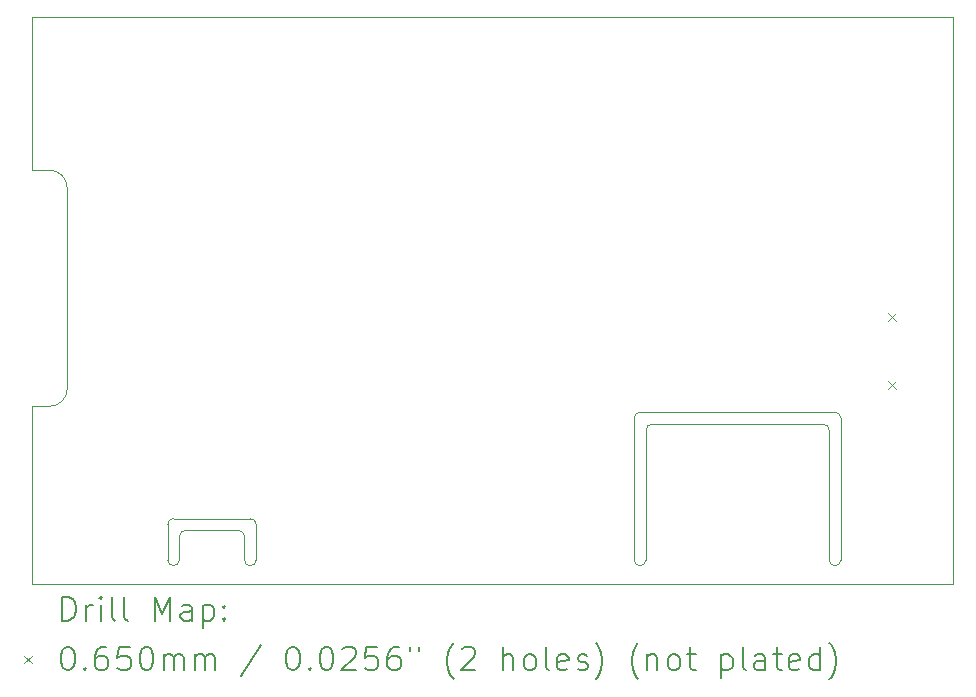
<source format=gbr>
%TF.GenerationSoftware,KiCad,Pcbnew,8.0.3*%
%TF.CreationDate,2024-07-02T16:51:38-07:00*%
%TF.ProjectId,canary,63616e61-7279-42e6-9b69-6361645f7063,rev?*%
%TF.SameCoordinates,PX2faf080PY2faf080*%
%TF.FileFunction,Drillmap*%
%TF.FilePolarity,Positive*%
%FSLAX45Y45*%
G04 Gerber Fmt 4.5, Leading zero omitted, Abs format (unit mm)*
G04 Created by KiCad (PCBNEW 8.0.3) date 2024-07-02 16:51:38*
%MOMM*%
%LPD*%
G01*
G04 APERTURE LIST*
%ADD10C,0.050000*%
%ADD11C,0.200000*%
%ADD12C,0.100000*%
G04 APERTURE END LIST*
D10*
X1150000Y-4300000D02*
X1150000Y-4600000D01*
X6800000Y-4650000D02*
G75*
G02*
X6750000Y-4600000I0J50000D01*
G01*
X1800000Y-4400000D02*
X1800000Y-4600000D01*
X0Y0D02*
X7800000Y0D01*
X1300000Y-4350000D02*
X1750000Y-4350000D01*
X5100000Y-3400000D02*
G75*
G02*
X5150000Y-3350000I50000J0D01*
G01*
X150000Y-3300000D02*
X0Y-3300000D01*
X150000Y-1300000D02*
G75*
G02*
X300000Y-1450000I0J-150000D01*
G01*
X1900000Y-4600000D02*
G75*
G02*
X1850000Y-4650000I-50000J0D01*
G01*
X300000Y-1450000D02*
X300000Y-3150000D01*
X300000Y-3150000D02*
G75*
G02*
X150000Y-3300000I-150000J0D01*
G01*
X5250000Y-3450000D02*
X6700000Y-3450000D01*
X6850000Y-4600000D02*
X6850000Y-3400000D01*
X0Y-1300000D02*
X0Y0D01*
X1250000Y-4600000D02*
G75*
G02*
X1200000Y-4650000I-50000J0D01*
G01*
X1900000Y-4600000D02*
X1900000Y-4300000D01*
X6750000Y-3500000D02*
X6750000Y-4600000D01*
X1250000Y-4400000D02*
G75*
G02*
X1300000Y-4350000I50000J0D01*
G01*
X6700000Y-3450000D02*
G75*
G02*
X6750000Y-3500000I0J-50000D01*
G01*
X6800000Y-3350000D02*
X5150000Y-3350000D01*
X1150000Y-4300000D02*
G75*
G02*
X1200000Y-4250000I50000J0D01*
G01*
X7800000Y-4800000D02*
X0Y-4800000D01*
X5100000Y-3400000D02*
X5100000Y-4600000D01*
X5150000Y-4650000D02*
G75*
G02*
X5100000Y-4600000I0J50000D01*
G01*
X1250000Y-4600000D02*
X1250000Y-4400000D01*
X1200000Y-4650000D02*
G75*
G02*
X1150000Y-4600000I0J50000D01*
G01*
X5200000Y-3500000D02*
G75*
G02*
X5250000Y-3450000I50000J0D01*
G01*
X1750000Y-4350000D02*
G75*
G02*
X1800000Y-4400000I0J-50000D01*
G01*
X6800000Y-3350000D02*
G75*
G02*
X6850000Y-3400000I0J-50000D01*
G01*
X1850000Y-4250000D02*
G75*
G02*
X1900000Y-4300000I0J-50000D01*
G01*
X7800000Y0D02*
X7800000Y-4800000D01*
X5200000Y-4600000D02*
X5200000Y-3500000D01*
X0Y-1300000D02*
X150000Y-1300000D01*
X1850000Y-4250000D02*
X1200000Y-4250000D01*
X5200000Y-4600000D02*
G75*
G02*
X5150000Y-4650000I-50000J0D01*
G01*
X0Y-4800000D02*
X0Y-3300000D01*
X1850000Y-4650000D02*
G75*
G02*
X1800000Y-4600000I0J50000D01*
G01*
X6850000Y-4600000D02*
G75*
G02*
X6800000Y-4650000I-50000J0D01*
G01*
D11*
D12*
X7249000Y-2508500D02*
X7314000Y-2573500D01*
X7314000Y-2508500D02*
X7249000Y-2573500D01*
X7249000Y-3086500D02*
X7314000Y-3151500D01*
X7314000Y-3086500D02*
X7249000Y-3151500D01*
D11*
X258277Y-5113984D02*
X258277Y-4913984D01*
X258277Y-4913984D02*
X305896Y-4913984D01*
X305896Y-4913984D02*
X334467Y-4923508D01*
X334467Y-4923508D02*
X353515Y-4942555D01*
X353515Y-4942555D02*
X363039Y-4961603D01*
X363039Y-4961603D02*
X372562Y-4999698D01*
X372562Y-4999698D02*
X372562Y-5028270D01*
X372562Y-5028270D02*
X363039Y-5066365D01*
X363039Y-5066365D02*
X353515Y-5085412D01*
X353515Y-5085412D02*
X334467Y-5104460D01*
X334467Y-5104460D02*
X305896Y-5113984D01*
X305896Y-5113984D02*
X258277Y-5113984D01*
X458277Y-5113984D02*
X458277Y-4980650D01*
X458277Y-5018746D02*
X467801Y-4999698D01*
X467801Y-4999698D02*
X477324Y-4990174D01*
X477324Y-4990174D02*
X496372Y-4980650D01*
X496372Y-4980650D02*
X515420Y-4980650D01*
X582086Y-5113984D02*
X582086Y-4980650D01*
X582086Y-4913984D02*
X572563Y-4923508D01*
X572563Y-4923508D02*
X582086Y-4933031D01*
X582086Y-4933031D02*
X591610Y-4923508D01*
X591610Y-4923508D02*
X582086Y-4913984D01*
X582086Y-4913984D02*
X582086Y-4933031D01*
X705896Y-5113984D02*
X686848Y-5104460D01*
X686848Y-5104460D02*
X677324Y-5085412D01*
X677324Y-5085412D02*
X677324Y-4913984D01*
X810658Y-5113984D02*
X791610Y-5104460D01*
X791610Y-5104460D02*
X782086Y-5085412D01*
X782086Y-5085412D02*
X782086Y-4913984D01*
X1039229Y-5113984D02*
X1039229Y-4913984D01*
X1039229Y-4913984D02*
X1105896Y-5056841D01*
X1105896Y-5056841D02*
X1172563Y-4913984D01*
X1172563Y-4913984D02*
X1172563Y-5113984D01*
X1353515Y-5113984D02*
X1353515Y-5009222D01*
X1353515Y-5009222D02*
X1343991Y-4990174D01*
X1343991Y-4990174D02*
X1324944Y-4980650D01*
X1324944Y-4980650D02*
X1286848Y-4980650D01*
X1286848Y-4980650D02*
X1267801Y-4990174D01*
X1353515Y-5104460D02*
X1334467Y-5113984D01*
X1334467Y-5113984D02*
X1286848Y-5113984D01*
X1286848Y-5113984D02*
X1267801Y-5104460D01*
X1267801Y-5104460D02*
X1258277Y-5085412D01*
X1258277Y-5085412D02*
X1258277Y-5066365D01*
X1258277Y-5066365D02*
X1267801Y-5047317D01*
X1267801Y-5047317D02*
X1286848Y-5037793D01*
X1286848Y-5037793D02*
X1334467Y-5037793D01*
X1334467Y-5037793D02*
X1353515Y-5028270D01*
X1448753Y-4980650D02*
X1448753Y-5180650D01*
X1448753Y-4990174D02*
X1467801Y-4980650D01*
X1467801Y-4980650D02*
X1505896Y-4980650D01*
X1505896Y-4980650D02*
X1524943Y-4990174D01*
X1524943Y-4990174D02*
X1534467Y-4999698D01*
X1534467Y-4999698D02*
X1543991Y-5018746D01*
X1543991Y-5018746D02*
X1543991Y-5075889D01*
X1543991Y-5075889D02*
X1534467Y-5094936D01*
X1534467Y-5094936D02*
X1524943Y-5104460D01*
X1524943Y-5104460D02*
X1505896Y-5113984D01*
X1505896Y-5113984D02*
X1467801Y-5113984D01*
X1467801Y-5113984D02*
X1448753Y-5104460D01*
X1629705Y-5094936D02*
X1639229Y-5104460D01*
X1639229Y-5104460D02*
X1629705Y-5113984D01*
X1629705Y-5113984D02*
X1620182Y-5104460D01*
X1620182Y-5104460D02*
X1629705Y-5094936D01*
X1629705Y-5094936D02*
X1629705Y-5113984D01*
X1629705Y-4990174D02*
X1639229Y-4999698D01*
X1639229Y-4999698D02*
X1629705Y-5009222D01*
X1629705Y-5009222D02*
X1620182Y-4999698D01*
X1620182Y-4999698D02*
X1629705Y-4990174D01*
X1629705Y-4990174D02*
X1629705Y-5009222D01*
D12*
X-67500Y-5410000D02*
X-2500Y-5475000D01*
X-2500Y-5410000D02*
X-67500Y-5475000D01*
D11*
X296372Y-5333984D02*
X315420Y-5333984D01*
X315420Y-5333984D02*
X334467Y-5343508D01*
X334467Y-5343508D02*
X343991Y-5353031D01*
X343991Y-5353031D02*
X353515Y-5372079D01*
X353515Y-5372079D02*
X363039Y-5410174D01*
X363039Y-5410174D02*
X363039Y-5457793D01*
X363039Y-5457793D02*
X353515Y-5495889D01*
X353515Y-5495889D02*
X343991Y-5514936D01*
X343991Y-5514936D02*
X334467Y-5524460D01*
X334467Y-5524460D02*
X315420Y-5533984D01*
X315420Y-5533984D02*
X296372Y-5533984D01*
X296372Y-5533984D02*
X277324Y-5524460D01*
X277324Y-5524460D02*
X267801Y-5514936D01*
X267801Y-5514936D02*
X258277Y-5495889D01*
X258277Y-5495889D02*
X248753Y-5457793D01*
X248753Y-5457793D02*
X248753Y-5410174D01*
X248753Y-5410174D02*
X258277Y-5372079D01*
X258277Y-5372079D02*
X267801Y-5353031D01*
X267801Y-5353031D02*
X277324Y-5343508D01*
X277324Y-5343508D02*
X296372Y-5333984D01*
X448753Y-5514936D02*
X458277Y-5524460D01*
X458277Y-5524460D02*
X448753Y-5533984D01*
X448753Y-5533984D02*
X439229Y-5524460D01*
X439229Y-5524460D02*
X448753Y-5514936D01*
X448753Y-5514936D02*
X448753Y-5533984D01*
X629705Y-5333984D02*
X591610Y-5333984D01*
X591610Y-5333984D02*
X572563Y-5343508D01*
X572563Y-5343508D02*
X563039Y-5353031D01*
X563039Y-5353031D02*
X543991Y-5381603D01*
X543991Y-5381603D02*
X534467Y-5419698D01*
X534467Y-5419698D02*
X534467Y-5495889D01*
X534467Y-5495889D02*
X543991Y-5514936D01*
X543991Y-5514936D02*
X553515Y-5524460D01*
X553515Y-5524460D02*
X572563Y-5533984D01*
X572563Y-5533984D02*
X610658Y-5533984D01*
X610658Y-5533984D02*
X629705Y-5524460D01*
X629705Y-5524460D02*
X639229Y-5514936D01*
X639229Y-5514936D02*
X648753Y-5495889D01*
X648753Y-5495889D02*
X648753Y-5448270D01*
X648753Y-5448270D02*
X639229Y-5429222D01*
X639229Y-5429222D02*
X629705Y-5419698D01*
X629705Y-5419698D02*
X610658Y-5410174D01*
X610658Y-5410174D02*
X572563Y-5410174D01*
X572563Y-5410174D02*
X553515Y-5419698D01*
X553515Y-5419698D02*
X543991Y-5429222D01*
X543991Y-5429222D02*
X534467Y-5448270D01*
X829705Y-5333984D02*
X734467Y-5333984D01*
X734467Y-5333984D02*
X724943Y-5429222D01*
X724943Y-5429222D02*
X734467Y-5419698D01*
X734467Y-5419698D02*
X753515Y-5410174D01*
X753515Y-5410174D02*
X801134Y-5410174D01*
X801134Y-5410174D02*
X820182Y-5419698D01*
X820182Y-5419698D02*
X829705Y-5429222D01*
X829705Y-5429222D02*
X839229Y-5448270D01*
X839229Y-5448270D02*
X839229Y-5495889D01*
X839229Y-5495889D02*
X829705Y-5514936D01*
X829705Y-5514936D02*
X820182Y-5524460D01*
X820182Y-5524460D02*
X801134Y-5533984D01*
X801134Y-5533984D02*
X753515Y-5533984D01*
X753515Y-5533984D02*
X734467Y-5524460D01*
X734467Y-5524460D02*
X724943Y-5514936D01*
X963039Y-5333984D02*
X982086Y-5333984D01*
X982086Y-5333984D02*
X1001134Y-5343508D01*
X1001134Y-5343508D02*
X1010658Y-5353031D01*
X1010658Y-5353031D02*
X1020182Y-5372079D01*
X1020182Y-5372079D02*
X1029705Y-5410174D01*
X1029705Y-5410174D02*
X1029705Y-5457793D01*
X1029705Y-5457793D02*
X1020182Y-5495889D01*
X1020182Y-5495889D02*
X1010658Y-5514936D01*
X1010658Y-5514936D02*
X1001134Y-5524460D01*
X1001134Y-5524460D02*
X982086Y-5533984D01*
X982086Y-5533984D02*
X963039Y-5533984D01*
X963039Y-5533984D02*
X943991Y-5524460D01*
X943991Y-5524460D02*
X934467Y-5514936D01*
X934467Y-5514936D02*
X924943Y-5495889D01*
X924943Y-5495889D02*
X915420Y-5457793D01*
X915420Y-5457793D02*
X915420Y-5410174D01*
X915420Y-5410174D02*
X924943Y-5372079D01*
X924943Y-5372079D02*
X934467Y-5353031D01*
X934467Y-5353031D02*
X943991Y-5343508D01*
X943991Y-5343508D02*
X963039Y-5333984D01*
X1115420Y-5533984D02*
X1115420Y-5400650D01*
X1115420Y-5419698D02*
X1124944Y-5410174D01*
X1124944Y-5410174D02*
X1143991Y-5400650D01*
X1143991Y-5400650D02*
X1172563Y-5400650D01*
X1172563Y-5400650D02*
X1191610Y-5410174D01*
X1191610Y-5410174D02*
X1201134Y-5429222D01*
X1201134Y-5429222D02*
X1201134Y-5533984D01*
X1201134Y-5429222D02*
X1210658Y-5410174D01*
X1210658Y-5410174D02*
X1229705Y-5400650D01*
X1229705Y-5400650D02*
X1258277Y-5400650D01*
X1258277Y-5400650D02*
X1277325Y-5410174D01*
X1277325Y-5410174D02*
X1286848Y-5429222D01*
X1286848Y-5429222D02*
X1286848Y-5533984D01*
X1382086Y-5533984D02*
X1382086Y-5400650D01*
X1382086Y-5419698D02*
X1391610Y-5410174D01*
X1391610Y-5410174D02*
X1410658Y-5400650D01*
X1410658Y-5400650D02*
X1439229Y-5400650D01*
X1439229Y-5400650D02*
X1458277Y-5410174D01*
X1458277Y-5410174D02*
X1467801Y-5429222D01*
X1467801Y-5429222D02*
X1467801Y-5533984D01*
X1467801Y-5429222D02*
X1477324Y-5410174D01*
X1477324Y-5410174D02*
X1496372Y-5400650D01*
X1496372Y-5400650D02*
X1524943Y-5400650D01*
X1524943Y-5400650D02*
X1543991Y-5410174D01*
X1543991Y-5410174D02*
X1553515Y-5429222D01*
X1553515Y-5429222D02*
X1553515Y-5533984D01*
X1943991Y-5324460D02*
X1772563Y-5581603D01*
X2201134Y-5333984D02*
X2220182Y-5333984D01*
X2220182Y-5333984D02*
X2239229Y-5343508D01*
X2239229Y-5343508D02*
X2248753Y-5353031D01*
X2248753Y-5353031D02*
X2258277Y-5372079D01*
X2258277Y-5372079D02*
X2267801Y-5410174D01*
X2267801Y-5410174D02*
X2267801Y-5457793D01*
X2267801Y-5457793D02*
X2258277Y-5495889D01*
X2258277Y-5495889D02*
X2248753Y-5514936D01*
X2248753Y-5514936D02*
X2239229Y-5524460D01*
X2239229Y-5524460D02*
X2220182Y-5533984D01*
X2220182Y-5533984D02*
X2201134Y-5533984D01*
X2201134Y-5533984D02*
X2182087Y-5524460D01*
X2182087Y-5524460D02*
X2172563Y-5514936D01*
X2172563Y-5514936D02*
X2163039Y-5495889D01*
X2163039Y-5495889D02*
X2153515Y-5457793D01*
X2153515Y-5457793D02*
X2153515Y-5410174D01*
X2153515Y-5410174D02*
X2163039Y-5372079D01*
X2163039Y-5372079D02*
X2172563Y-5353031D01*
X2172563Y-5353031D02*
X2182087Y-5343508D01*
X2182087Y-5343508D02*
X2201134Y-5333984D01*
X2353515Y-5514936D02*
X2363039Y-5524460D01*
X2363039Y-5524460D02*
X2353515Y-5533984D01*
X2353515Y-5533984D02*
X2343991Y-5524460D01*
X2343991Y-5524460D02*
X2353515Y-5514936D01*
X2353515Y-5514936D02*
X2353515Y-5533984D01*
X2486848Y-5333984D02*
X2505896Y-5333984D01*
X2505896Y-5333984D02*
X2524944Y-5343508D01*
X2524944Y-5343508D02*
X2534468Y-5353031D01*
X2534468Y-5353031D02*
X2543991Y-5372079D01*
X2543991Y-5372079D02*
X2553515Y-5410174D01*
X2553515Y-5410174D02*
X2553515Y-5457793D01*
X2553515Y-5457793D02*
X2543991Y-5495889D01*
X2543991Y-5495889D02*
X2534468Y-5514936D01*
X2534468Y-5514936D02*
X2524944Y-5524460D01*
X2524944Y-5524460D02*
X2505896Y-5533984D01*
X2505896Y-5533984D02*
X2486848Y-5533984D01*
X2486848Y-5533984D02*
X2467801Y-5524460D01*
X2467801Y-5524460D02*
X2458277Y-5514936D01*
X2458277Y-5514936D02*
X2448753Y-5495889D01*
X2448753Y-5495889D02*
X2439229Y-5457793D01*
X2439229Y-5457793D02*
X2439229Y-5410174D01*
X2439229Y-5410174D02*
X2448753Y-5372079D01*
X2448753Y-5372079D02*
X2458277Y-5353031D01*
X2458277Y-5353031D02*
X2467801Y-5343508D01*
X2467801Y-5343508D02*
X2486848Y-5333984D01*
X2629706Y-5353031D02*
X2639229Y-5343508D01*
X2639229Y-5343508D02*
X2658277Y-5333984D01*
X2658277Y-5333984D02*
X2705896Y-5333984D01*
X2705896Y-5333984D02*
X2724944Y-5343508D01*
X2724944Y-5343508D02*
X2734468Y-5353031D01*
X2734468Y-5353031D02*
X2743991Y-5372079D01*
X2743991Y-5372079D02*
X2743991Y-5391127D01*
X2743991Y-5391127D02*
X2734468Y-5419698D01*
X2734468Y-5419698D02*
X2620182Y-5533984D01*
X2620182Y-5533984D02*
X2743991Y-5533984D01*
X2924944Y-5333984D02*
X2829706Y-5333984D01*
X2829706Y-5333984D02*
X2820182Y-5429222D01*
X2820182Y-5429222D02*
X2829706Y-5419698D01*
X2829706Y-5419698D02*
X2848753Y-5410174D01*
X2848753Y-5410174D02*
X2896372Y-5410174D01*
X2896372Y-5410174D02*
X2915420Y-5419698D01*
X2915420Y-5419698D02*
X2924944Y-5429222D01*
X2924944Y-5429222D02*
X2934467Y-5448270D01*
X2934467Y-5448270D02*
X2934467Y-5495889D01*
X2934467Y-5495889D02*
X2924944Y-5514936D01*
X2924944Y-5514936D02*
X2915420Y-5524460D01*
X2915420Y-5524460D02*
X2896372Y-5533984D01*
X2896372Y-5533984D02*
X2848753Y-5533984D01*
X2848753Y-5533984D02*
X2829706Y-5524460D01*
X2829706Y-5524460D02*
X2820182Y-5514936D01*
X3105896Y-5333984D02*
X3067801Y-5333984D01*
X3067801Y-5333984D02*
X3048753Y-5343508D01*
X3048753Y-5343508D02*
X3039229Y-5353031D01*
X3039229Y-5353031D02*
X3020182Y-5381603D01*
X3020182Y-5381603D02*
X3010658Y-5419698D01*
X3010658Y-5419698D02*
X3010658Y-5495889D01*
X3010658Y-5495889D02*
X3020182Y-5514936D01*
X3020182Y-5514936D02*
X3029706Y-5524460D01*
X3029706Y-5524460D02*
X3048753Y-5533984D01*
X3048753Y-5533984D02*
X3086848Y-5533984D01*
X3086848Y-5533984D02*
X3105896Y-5524460D01*
X3105896Y-5524460D02*
X3115420Y-5514936D01*
X3115420Y-5514936D02*
X3124944Y-5495889D01*
X3124944Y-5495889D02*
X3124944Y-5448270D01*
X3124944Y-5448270D02*
X3115420Y-5429222D01*
X3115420Y-5429222D02*
X3105896Y-5419698D01*
X3105896Y-5419698D02*
X3086848Y-5410174D01*
X3086848Y-5410174D02*
X3048753Y-5410174D01*
X3048753Y-5410174D02*
X3029706Y-5419698D01*
X3029706Y-5419698D02*
X3020182Y-5429222D01*
X3020182Y-5429222D02*
X3010658Y-5448270D01*
X3201134Y-5333984D02*
X3201134Y-5372079D01*
X3277325Y-5333984D02*
X3277325Y-5372079D01*
X3572563Y-5610174D02*
X3563039Y-5600650D01*
X3563039Y-5600650D02*
X3543991Y-5572079D01*
X3543991Y-5572079D02*
X3534468Y-5553031D01*
X3534468Y-5553031D02*
X3524944Y-5524460D01*
X3524944Y-5524460D02*
X3515420Y-5476841D01*
X3515420Y-5476841D02*
X3515420Y-5438746D01*
X3515420Y-5438746D02*
X3524944Y-5391127D01*
X3524944Y-5391127D02*
X3534468Y-5362555D01*
X3534468Y-5362555D02*
X3543991Y-5343508D01*
X3543991Y-5343508D02*
X3563039Y-5314936D01*
X3563039Y-5314936D02*
X3572563Y-5305412D01*
X3639229Y-5353031D02*
X3648753Y-5343508D01*
X3648753Y-5343508D02*
X3667801Y-5333984D01*
X3667801Y-5333984D02*
X3715420Y-5333984D01*
X3715420Y-5333984D02*
X3734468Y-5343508D01*
X3734468Y-5343508D02*
X3743991Y-5353031D01*
X3743991Y-5353031D02*
X3753515Y-5372079D01*
X3753515Y-5372079D02*
X3753515Y-5391127D01*
X3753515Y-5391127D02*
X3743991Y-5419698D01*
X3743991Y-5419698D02*
X3629706Y-5533984D01*
X3629706Y-5533984D02*
X3753515Y-5533984D01*
X3991610Y-5533984D02*
X3991610Y-5333984D01*
X4077325Y-5533984D02*
X4077325Y-5429222D01*
X4077325Y-5429222D02*
X4067801Y-5410174D01*
X4067801Y-5410174D02*
X4048753Y-5400650D01*
X4048753Y-5400650D02*
X4020182Y-5400650D01*
X4020182Y-5400650D02*
X4001134Y-5410174D01*
X4001134Y-5410174D02*
X3991610Y-5419698D01*
X4201134Y-5533984D02*
X4182087Y-5524460D01*
X4182087Y-5524460D02*
X4172563Y-5514936D01*
X4172563Y-5514936D02*
X4163039Y-5495889D01*
X4163039Y-5495889D02*
X4163039Y-5438746D01*
X4163039Y-5438746D02*
X4172563Y-5419698D01*
X4172563Y-5419698D02*
X4182087Y-5410174D01*
X4182087Y-5410174D02*
X4201134Y-5400650D01*
X4201134Y-5400650D02*
X4229706Y-5400650D01*
X4229706Y-5400650D02*
X4248753Y-5410174D01*
X4248753Y-5410174D02*
X4258277Y-5419698D01*
X4258277Y-5419698D02*
X4267801Y-5438746D01*
X4267801Y-5438746D02*
X4267801Y-5495889D01*
X4267801Y-5495889D02*
X4258277Y-5514936D01*
X4258277Y-5514936D02*
X4248753Y-5524460D01*
X4248753Y-5524460D02*
X4229706Y-5533984D01*
X4229706Y-5533984D02*
X4201134Y-5533984D01*
X4382087Y-5533984D02*
X4363039Y-5524460D01*
X4363039Y-5524460D02*
X4353515Y-5505412D01*
X4353515Y-5505412D02*
X4353515Y-5333984D01*
X4534468Y-5524460D02*
X4515420Y-5533984D01*
X4515420Y-5533984D02*
X4477325Y-5533984D01*
X4477325Y-5533984D02*
X4458277Y-5524460D01*
X4458277Y-5524460D02*
X4448753Y-5505412D01*
X4448753Y-5505412D02*
X4448753Y-5429222D01*
X4448753Y-5429222D02*
X4458277Y-5410174D01*
X4458277Y-5410174D02*
X4477325Y-5400650D01*
X4477325Y-5400650D02*
X4515420Y-5400650D01*
X4515420Y-5400650D02*
X4534468Y-5410174D01*
X4534468Y-5410174D02*
X4543992Y-5429222D01*
X4543992Y-5429222D02*
X4543992Y-5448270D01*
X4543992Y-5448270D02*
X4448753Y-5467317D01*
X4620182Y-5524460D02*
X4639230Y-5533984D01*
X4639230Y-5533984D02*
X4677325Y-5533984D01*
X4677325Y-5533984D02*
X4696373Y-5524460D01*
X4696373Y-5524460D02*
X4705896Y-5505412D01*
X4705896Y-5505412D02*
X4705896Y-5495889D01*
X4705896Y-5495889D02*
X4696373Y-5476841D01*
X4696373Y-5476841D02*
X4677325Y-5467317D01*
X4677325Y-5467317D02*
X4648753Y-5467317D01*
X4648753Y-5467317D02*
X4629706Y-5457793D01*
X4629706Y-5457793D02*
X4620182Y-5438746D01*
X4620182Y-5438746D02*
X4620182Y-5429222D01*
X4620182Y-5429222D02*
X4629706Y-5410174D01*
X4629706Y-5410174D02*
X4648753Y-5400650D01*
X4648753Y-5400650D02*
X4677325Y-5400650D01*
X4677325Y-5400650D02*
X4696373Y-5410174D01*
X4772563Y-5610174D02*
X4782087Y-5600650D01*
X4782087Y-5600650D02*
X4801134Y-5572079D01*
X4801134Y-5572079D02*
X4810658Y-5553031D01*
X4810658Y-5553031D02*
X4820182Y-5524460D01*
X4820182Y-5524460D02*
X4829706Y-5476841D01*
X4829706Y-5476841D02*
X4829706Y-5438746D01*
X4829706Y-5438746D02*
X4820182Y-5391127D01*
X4820182Y-5391127D02*
X4810658Y-5362555D01*
X4810658Y-5362555D02*
X4801134Y-5343508D01*
X4801134Y-5343508D02*
X4782087Y-5314936D01*
X4782087Y-5314936D02*
X4772563Y-5305412D01*
X5134468Y-5610174D02*
X5124944Y-5600650D01*
X5124944Y-5600650D02*
X5105896Y-5572079D01*
X5105896Y-5572079D02*
X5096373Y-5553031D01*
X5096373Y-5553031D02*
X5086849Y-5524460D01*
X5086849Y-5524460D02*
X5077325Y-5476841D01*
X5077325Y-5476841D02*
X5077325Y-5438746D01*
X5077325Y-5438746D02*
X5086849Y-5391127D01*
X5086849Y-5391127D02*
X5096373Y-5362555D01*
X5096373Y-5362555D02*
X5105896Y-5343508D01*
X5105896Y-5343508D02*
X5124944Y-5314936D01*
X5124944Y-5314936D02*
X5134468Y-5305412D01*
X5210658Y-5400650D02*
X5210658Y-5533984D01*
X5210658Y-5419698D02*
X5220182Y-5410174D01*
X5220182Y-5410174D02*
X5239230Y-5400650D01*
X5239230Y-5400650D02*
X5267801Y-5400650D01*
X5267801Y-5400650D02*
X5286849Y-5410174D01*
X5286849Y-5410174D02*
X5296373Y-5429222D01*
X5296373Y-5429222D02*
X5296373Y-5533984D01*
X5420182Y-5533984D02*
X5401134Y-5524460D01*
X5401134Y-5524460D02*
X5391611Y-5514936D01*
X5391611Y-5514936D02*
X5382087Y-5495889D01*
X5382087Y-5495889D02*
X5382087Y-5438746D01*
X5382087Y-5438746D02*
X5391611Y-5419698D01*
X5391611Y-5419698D02*
X5401134Y-5410174D01*
X5401134Y-5410174D02*
X5420182Y-5400650D01*
X5420182Y-5400650D02*
X5448754Y-5400650D01*
X5448754Y-5400650D02*
X5467801Y-5410174D01*
X5467801Y-5410174D02*
X5477325Y-5419698D01*
X5477325Y-5419698D02*
X5486849Y-5438746D01*
X5486849Y-5438746D02*
X5486849Y-5495889D01*
X5486849Y-5495889D02*
X5477325Y-5514936D01*
X5477325Y-5514936D02*
X5467801Y-5524460D01*
X5467801Y-5524460D02*
X5448754Y-5533984D01*
X5448754Y-5533984D02*
X5420182Y-5533984D01*
X5543992Y-5400650D02*
X5620182Y-5400650D01*
X5572563Y-5333984D02*
X5572563Y-5505412D01*
X5572563Y-5505412D02*
X5582087Y-5524460D01*
X5582087Y-5524460D02*
X5601134Y-5533984D01*
X5601134Y-5533984D02*
X5620182Y-5533984D01*
X5839230Y-5400650D02*
X5839230Y-5600650D01*
X5839230Y-5410174D02*
X5858277Y-5400650D01*
X5858277Y-5400650D02*
X5896373Y-5400650D01*
X5896373Y-5400650D02*
X5915420Y-5410174D01*
X5915420Y-5410174D02*
X5924944Y-5419698D01*
X5924944Y-5419698D02*
X5934468Y-5438746D01*
X5934468Y-5438746D02*
X5934468Y-5495889D01*
X5934468Y-5495889D02*
X5924944Y-5514936D01*
X5924944Y-5514936D02*
X5915420Y-5524460D01*
X5915420Y-5524460D02*
X5896373Y-5533984D01*
X5896373Y-5533984D02*
X5858277Y-5533984D01*
X5858277Y-5533984D02*
X5839230Y-5524460D01*
X6048753Y-5533984D02*
X6029706Y-5524460D01*
X6029706Y-5524460D02*
X6020182Y-5505412D01*
X6020182Y-5505412D02*
X6020182Y-5333984D01*
X6210658Y-5533984D02*
X6210658Y-5429222D01*
X6210658Y-5429222D02*
X6201134Y-5410174D01*
X6201134Y-5410174D02*
X6182087Y-5400650D01*
X6182087Y-5400650D02*
X6143992Y-5400650D01*
X6143992Y-5400650D02*
X6124944Y-5410174D01*
X6210658Y-5524460D02*
X6191611Y-5533984D01*
X6191611Y-5533984D02*
X6143992Y-5533984D01*
X6143992Y-5533984D02*
X6124944Y-5524460D01*
X6124944Y-5524460D02*
X6115420Y-5505412D01*
X6115420Y-5505412D02*
X6115420Y-5486365D01*
X6115420Y-5486365D02*
X6124944Y-5467317D01*
X6124944Y-5467317D02*
X6143992Y-5457793D01*
X6143992Y-5457793D02*
X6191611Y-5457793D01*
X6191611Y-5457793D02*
X6210658Y-5448270D01*
X6277325Y-5400650D02*
X6353515Y-5400650D01*
X6305896Y-5333984D02*
X6305896Y-5505412D01*
X6305896Y-5505412D02*
X6315420Y-5524460D01*
X6315420Y-5524460D02*
X6334468Y-5533984D01*
X6334468Y-5533984D02*
X6353515Y-5533984D01*
X6496373Y-5524460D02*
X6477325Y-5533984D01*
X6477325Y-5533984D02*
X6439230Y-5533984D01*
X6439230Y-5533984D02*
X6420182Y-5524460D01*
X6420182Y-5524460D02*
X6410658Y-5505412D01*
X6410658Y-5505412D02*
X6410658Y-5429222D01*
X6410658Y-5429222D02*
X6420182Y-5410174D01*
X6420182Y-5410174D02*
X6439230Y-5400650D01*
X6439230Y-5400650D02*
X6477325Y-5400650D01*
X6477325Y-5400650D02*
X6496373Y-5410174D01*
X6496373Y-5410174D02*
X6505896Y-5429222D01*
X6505896Y-5429222D02*
X6505896Y-5448270D01*
X6505896Y-5448270D02*
X6410658Y-5467317D01*
X6677325Y-5533984D02*
X6677325Y-5333984D01*
X6677325Y-5524460D02*
X6658277Y-5533984D01*
X6658277Y-5533984D02*
X6620182Y-5533984D01*
X6620182Y-5533984D02*
X6601134Y-5524460D01*
X6601134Y-5524460D02*
X6591611Y-5514936D01*
X6591611Y-5514936D02*
X6582087Y-5495889D01*
X6582087Y-5495889D02*
X6582087Y-5438746D01*
X6582087Y-5438746D02*
X6591611Y-5419698D01*
X6591611Y-5419698D02*
X6601134Y-5410174D01*
X6601134Y-5410174D02*
X6620182Y-5400650D01*
X6620182Y-5400650D02*
X6658277Y-5400650D01*
X6658277Y-5400650D02*
X6677325Y-5410174D01*
X6753515Y-5610174D02*
X6763039Y-5600650D01*
X6763039Y-5600650D02*
X6782087Y-5572079D01*
X6782087Y-5572079D02*
X6791611Y-5553031D01*
X6791611Y-5553031D02*
X6801134Y-5524460D01*
X6801134Y-5524460D02*
X6810658Y-5476841D01*
X6810658Y-5476841D02*
X6810658Y-5438746D01*
X6810658Y-5438746D02*
X6801134Y-5391127D01*
X6801134Y-5391127D02*
X6791611Y-5362555D01*
X6791611Y-5362555D02*
X6782087Y-5343508D01*
X6782087Y-5343508D02*
X6763039Y-5314936D01*
X6763039Y-5314936D02*
X6753515Y-5305412D01*
M02*

</source>
